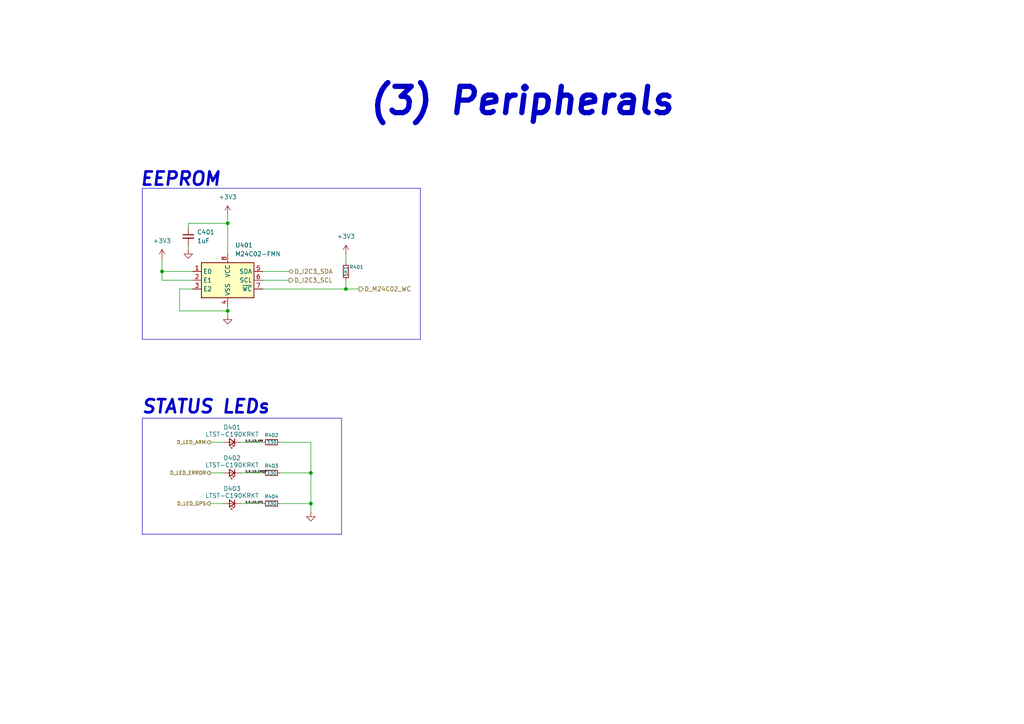
<source format=kicad_sch>
(kicad_sch (version 20250114) (generator "eeschema") (generator_version "9.0")
  (paper "A4")
  (title_block (title "Udayate") (date "2025-08-24") (rev "1") (comment 2 "LICENSE: CERN-OHL-S-2.0") (comment 3 "GitHub: https://github.com/Ozonised/Udayate") (comment 4 "Designed by: Farhan Khan"))
  (lib_symbols
    (symbol "Device:C_Small" (pin_numbers (hide yes)) (pin_names (offset 0.254) (hide yes))
      (property "Reference" "C" (at 0.254 1.778 0))
      (property "Value" "C_Small" (at 0.254 -2.032 0))
      (symbol "C_Small_0_1"
        (polyline (pts (xy -1.524 0.508) (xy 1.524 0.508)) (stroke (width 0.3048)))
        (polyline (pts (xy -1.524 -0.508) (xy 1.524 -0.508)) (stroke (width 0.3302)))
      )
      (symbol "C_Small_1_1"
        (pin passive line (at 0 2.54 270) (length 2.032) (name "~") (number "1"))
        (pin passive line (at 0 -2.54 90) (length 2.032) (name "~") (number "2"))
      )
    )
    (symbol "Device:LED_Small" (pin_numbers (hide yes)) (pin_names (offset 0.254) (hide yes))
      (property "Reference" "D" (at -1.27 3.175 0))
      (property "Value" "LED_Small" (at -4.445 -2.54 0))
      (symbol "LED_Small_0_1"
        (polyline (pts (xy -0.762 -1.016) (xy -0.762 1.016)) (stroke (width 0.254)))
        (polyline (pts (xy 0 0.762) (xy -0.508 1.27) (xy -0.254 1.27) (xy -0.508 1.27) (xy -0.508 1.016)))
        (polyline (pts (xy 0.508 1.27) (xy 0 1.778) (xy 0.254 1.778) (xy 0 1.778) (xy 0 1.524)))
        (polyline (pts (xy 0.762 -1.016) (xy -0.762 0) (xy 0.762 1.016) (xy 0.762 -1.016)) (stroke (width 0.254)))
        (polyline (pts (xy 1.016 0) (xy -0.762 0)))
      )
      (symbol "LED_Small_1_1"
        (pin passive line (at -2.54 0 0) (length 1.778) (name "K") (number "1"))
        (pin passive line (at 2.54 0 180) (length 1.778) (name "A") (number "2"))
      )
    )
    (symbol "Device:R_Small" (pin_numbers (hide yes)) (pin_names (offset 0.254) (hide yes))
      (property "Reference" "R" (at 0 0 90))
      (property "Value" "R_Small" (at 1.778 0 90))
      (symbol "R_Small_0_1"
        (rectangle (start -0.762 1.778) (end 0.762 -1.778) (stroke (width 0.2032)))
      )
      (symbol "R_Small_1_1"
        (pin passive line (at 0 2.54 270) (length 0.762) (name "~") (number "1"))
        (pin passive line (at 0 -2.54 90) (length 0.762) (name "~") (number "2"))
      )
    )
    (symbol "Memory_EEPROM:M24C02-FMN"
      (property "Reference" "U" (at -6.35 6.35 0))
      (property "Value" "M24C02-FMN" (at 7.62 6.35 0))
      (symbol "M24C02-FMN_0_1"
        (rectangle (start -7.62 5.08) (end 7.62 -5.08) (stroke (width 0.254)) (fill (type background)))
      )
      (symbol "M24C02-FMN_1_1"
        (pin input line (at -10.16 2.54 0) (length 2.54) (name "E0") (number "1"))
        (pin input line (at -10.16 0 0) (length 2.54) (name "E1") (number "2"))
        (pin input line (at -10.16 -2.54 0) (length 2.54) (name "E2") (number "3"))
        (pin power_in line (at 0 7.62 270) (length 2.54) (name "VCC") (number "8"))
        (pin power_in line (at 0 -7.62 90) (length 2.54) (name "VSS") (number "4"))
        (pin bidirectional line (at 10.16 2.54 180) (length 2.54) (name "SDA") (number "5"))
        (pin input line (at 10.16 0 180) (length 2.54) (name "SCL") (number "6"))
        (pin input line (at 10.16 -2.54 180) (length 2.54) (name "~{WC}") (number "7"))
      )
    )
    (symbol "power:+3V3" (power) (pin_numbers (hide yes)) (pin_names (offset 0) (hide yes))
      (property "Value" "+3V3" (at 0 3.556 0))
      (symbol "+3V3_0_1"
        (polyline (pts (xy -0.762 1.27) (xy 0 2.54)))
        (polyline (pts (xy 0 2.54) (xy 0.762 1.27)))
        (polyline (pts (xy 0 0) (xy 0 2.54)))
      )
      (symbol "+3V3_1_1"
        (pin power_in line (at 0 0 90) (length 0) (name "~") (number "1"))
      )
    )
    (symbol "power:GND" (power) (pin_numbers (hide yes)) (pin_names (offset 0) (hide yes))
      (property "Value" "GND" (at 0 -3.81 0))
      (symbol "GND_0_1"
        (polyline (pts (xy 0 0) (xy 0 -1.27) (xy 1.27 -1.27) (xy 0 -2.54) (xy -1.27 -1.27) (xy 0 -1.27)))
      )
      (symbol "GND_1_1"
        (pin power_in line (at 0 0 270) (length 0) (name "~") (number "1"))
      )
    )
  )
  (text "(3) Peripherals" (at 151.384 29.464 0) (effects (font (size 7.62 7.62) (thickness 1.524) (bold yes) (italic yes))))
  (text "STATUS LEDs" (at 59.69 118.11 0) (effects (font (size 3.81 3.81) (thickness 0.762) (bold yes) (italic yes))))
  (text "EEPROM" (at 52.324 52.07 0) (effects (font (size 3.81 3.81) (thickness 0.762) (bold yes) (italic yes))))
  (junction (at 90.17 137.16))
  (junction (at 100.33 83.82))
  (junction (at 90.17 146.05))
  (junction (at 46.99 78.74))
  (junction (at 66.04 90.17))
  (junction (at 66.04 64.77))
  (wire (pts (xy 46.99 81.28) (xy 55.88 81.28)))
  (wire (pts (xy 90.17 128.27) (xy 90.17 137.16)))
  (wire (pts (xy 66.04 88.9) (xy 66.04 90.17)))
  (wire (pts (xy 54.61 71.12) (xy 54.61 72.39)))
  (wire (pts (xy 69.85 137.16) (xy 76.2 137.16)))
  (wire (pts (xy 81.28 128.27) (xy 90.17 128.27)))
  (polyline (pts (xy 41.275 98.425) (xy 121.92 98.425)))
  (wire (pts (xy 60.96 137.16) (xy 64.77 137.16)))
  (wire (pts (xy 76.2 83.82) (xy 100.33 83.82)))
  (wire (pts (xy 100.33 81.28) (xy 100.33 83.82)))
  (wire (pts (xy 90.17 137.16) (xy 90.17 146.05)))
  (wire (pts (xy 66.04 64.77) (xy 66.04 73.66)))
  (wire (pts (xy 54.61 66.04) (xy 54.61 64.77)))
  (wire (pts (xy 60.96 146.05) (xy 64.77 146.05)))
  (wire (pts (xy 81.28 146.05) (xy 90.17 146.05)))
  (wire (pts (xy 69.85 128.27) (xy 76.2 128.27)))
  (wire (pts (xy 46.99 78.74) (xy 46.99 81.28)))
  (wire (pts (xy 55.88 83.82) (xy 52.07 83.82)))
  (wire (pts (xy 66.04 90.17) (xy 66.04 91.44)))
  (wire (pts (xy 46.99 78.74) (xy 55.88 78.74)))
  (polyline (pts (xy 99.06 154.94) (xy 99.06 121.285)))
  (wire (pts (xy 52.07 83.82) (xy 52.07 90.17)))
  (wire (pts (xy 60.96 128.27) (xy 64.77 128.27)))
  (wire (pts (xy 90.17 137.16) (xy 81.28 137.16)))
  (polyline (pts (xy 41.275 154.94) (xy 99.06 154.94)))
  (polyline (pts (xy 41.275 54.61) (xy 41.275 98.425)))
  (wire (pts (xy 54.61 64.77) (xy 66.04 64.77)))
  (wire (pts (xy 76.2 78.74) (xy 83.82 78.74)))
  (wire (pts (xy 90.17 146.05) (xy 90.17 148.59)))
  (polyline (pts (xy 41.275 121.285) (xy 99.06 121.285)))
  (wire (pts (xy 69.85 146.05) (xy 76.2 146.05)))
  (polyline (pts (xy 41.275 121.285) (xy 41.275 154.94)))
  (wire (pts (xy 100.33 83.82) (xy 104.14 83.82)))
  (polyline (pts (xy 41.275 54.61) (xy 121.92 54.61)))
  (wire (pts (xy 46.99 74.93) (xy 46.99 78.74)))
  (polyline (pts (xy 121.92 98.425) (xy 121.92 54.61)))
  (wire (pts (xy 66.04 62.23) (xy 66.04 64.77)))
  (wire (pts (xy 52.07 90.17) (xy 66.04 90.17)))
  (wire (pts (xy 100.33 73.66) (xy 100.33 76.2)))
  (wire (pts (xy 76.2 81.28) (xy 83.82 81.28)))
  (label "D_R_LED_ERROR" (at 71.12 137.16 0) (effects (font (size 0.508 0.508))))
  (label "D_R_LED_ARM" (at 71.12 128.27 0) (effects (font (size 0.508 0.508))))
  (label "D_R_LED_GPS" (at 71.12 146.05 0) (effects (font (size 0.508 0.508))))
  (hierarchical_label "D_M24C02_WC" (shape output) (at 104.14 83.82 0))
  (hierarchical_label "D_LED_GPS" (shape output) (at 60.96 146.05 180) (effects (font (size 1.016 1.016) (thickness 0.1588))))
  (hierarchical_label "D_LED_ARM" (shape output) (at 60.96 128.27 180) (effects (font (size 1.016 1.016) (thickness 0.1588))))
  (hierarchical_label "D_LED_ERROR" (shape output) (at 60.96 137.16 180) (effects (font (size 1.016 1.016) (thickness 0.1588))))
  (hierarchical_label "D_I2C3_SDA" (shape bidirectional) (at 83.82 78.74 0))
  (hierarchical_label "D_I2C3_SCL" (shape output) (at 83.82 81.28 0))
  (symbol (lib_id "power:GND") (at 54.61 72.39 0) (unit 1)
    (property "Reference" "#PWR0402" (effects (hide yes)))
    (property "Value" "GND" (effects (hide yes)))
    (property "Description" "Power symbol creates a global label with name \"GND\" , ground" (effects (hide yes)))
  )
  (symbol (lib_id "Device:LED_Small") (at 67.31 146.05 180) (unit 1)
    (property "Reference" "D403" (at 67.31 141.732 0))
    (property "Value" "LTST-C190KRKT" (at 67.31 143.764 0))
    (property "Footprint" "LED_SMD:LED_0603_1608Metric_Pad1.05x0.95mm_HandSolder" (effects (hide yes)))
    (property "Description" "Light emitting diode, small symbol" (effects (hide yes)))
    (property "Sim.Pin" "1=K 2=A" (effects (hide yes)))
    (property "MPN" "LTST-C190KRKT" (effects (hide yes)))
    (property "Manufacturer" "Lite-On" (effects (hide yes)))
  )
  (symbol (lib_id "Device:R_Small") (at 78.74 128.27 270) (unit 1)
    (property "Reference" "R402" (at 76.708 126.238 90) (effects (font (size 1.016 1.016)) (justify left)))
    (property "Value" "330" (at 77.216 128.27 90) (effects (font (size 1.016 1.016)) (justify left)))
    (property "Footprint" "Resistor_SMD:R_0603_1608Metric_Pad0.98x0.95mm_HandSolder" (effects (hide yes)))
    (property "Description" "Resistor, small symbol" (effects (hide yes)))
    (property "MPN" "CR0603-FX-3300ELF" (effects (hide yes)))
    (property "Manufacturer" "Bourns" (effects (hide yes)))
  )
  (symbol (lib_id "Memory_EEPROM:M24C02-FMN") (at 66.04 81.28 0) (unit 1)
    (property "Reference" "U401" (at 68.1833 71.12 0) (effects (justify left)))
    (property "Value" "M24C02-FMN" (at 68.1833 73.66 0) (effects (justify left)))
    (property "Footprint" "Package_SO:SOIC-8_3.9x4.9mm_P1.27mm" (effects (hide yes)))
    (property "Datasheet" "http://www.st.com/content/ccc/resource/technical/document/datasheet/b0/d8/50/40/5a/85/49/6f/DM00071904.pdf/files/DM00071904.pdf/jcr:content/translations/en.DM00071904.pdf" (effects (hide yes)))
    (property "Description" "2Kb (256x8) I2C Serial EEPROM, 1.6-5.5V, SOIC-8" (effects (hide yes)))
    (property "MPN" "M24C02-FMN6TP" (effects (hide yes)))
    (property "Manufacturer" "STMicroelectronics" (effects (hide yes)))
  )
  (symbol (lib_id "power:GND") (at 66.04 91.44 0) (unit 1)
    (property "Reference" "#PWR0405" (effects (hide yes)))
    (property "Value" "GND" (effects (hide yes)))
    (property "Description" "Power symbol creates a global label with name \"GND\" , ground" (effects (hide yes)))
  )
  (symbol (lib_id "power:GND") (at 90.17 148.59 0) (unit 1)
    (property "Reference" "#PWR0406" (effects (hide yes)))
    (property "Value" "GND" (effects (hide yes)))
    (property "Description" "Power symbol creates a global label with name \"GND\" , ground" (effects (hide yes)))
  )
  (symbol (lib_id "Device:LED_Small") (at 67.31 137.16 180) (unit 1)
    (property "Reference" "D402" (at 67.31 132.842 0))
    (property "Value" "LTST-C190KRKT" (at 67.31 134.874 0))
    (property "Footprint" "LED_SMD:LED_0603_1608Metric_Pad1.05x0.95mm_HandSolder" (effects (hide yes)))
    (property "Description" "Light emitting diode, small symbol" (effects (hide yes)))
    (property "Sim.Pin" "1=K 2=A" (effects (hide yes)))
    (property "MPN" "LTST-C190KRKT" (effects (hide yes)))
    (property "Manufacturer" "Lite-On" (effects (hide yes)))
  )
  (symbol (lib_id "Device:R_Small") (at 78.74 137.16 270) (unit 1)
    (property "Reference" "R403" (at 76.708 135.128 90) (effects (font (size 1.016 1.016)) (justify left)))
    (property "Value" "330" (at 77.216 137.16 90) (effects (font (size 1.016 1.016)) (justify left)))
    (property "Footprint" "Resistor_SMD:R_0603_1608Metric_Pad0.98x0.95mm_HandSolder" (effects (hide yes)))
    (property "Description" "Resistor, small symbol" (effects (hide yes)))
    (property "MPN" "CR0603-FX-3300ELF" (effects (hide yes)))
    (property "Manufacturer" "Bourns" (effects (hide yes)))
  )
  (symbol (lib_id "power:+3V3") (at 66.04 62.23 0) (unit 1)
    (property "Reference" "#PWR0401" (effects (hide yes)))
    (property "Value" "+3V3" (at 66.04 57.15 0))
    (property "Description" "Power symbol creates a global label with name \"+3V3\"" (effects (hide yes)))
  )
  (symbol (lib_id "Device:R_Small") (at 78.74 146.05 270) (unit 1)
    (property "Reference" "R404" (at 76.708 144.018 90) (effects (font (size 1.016 1.016)) (justify left)))
    (property "Value" "330" (at 77.216 146.05 90) (effects (font (size 1.016 1.016)) (justify left)))
    (property "Footprint" "Resistor_SMD:R_0603_1608Metric_Pad0.98x0.95mm_HandSolder" (effects (hide yes)))
    (property "Description" "Resistor, small symbol" (effects (hide yes)))
    (property "MPN" "CR0603-FX-3300ELF" (effects (hide yes)))
    (property "Manufacturer" "Bourns" (effects (hide yes)))
  )
  (symbol (lib_id "Device:C_Small") (at 54.61 68.58 0) (unit 1)
    (property "Reference" "C401" (at 57.15 67.3162 0) (effects (justify left)))
    (property "Value" "1uF" (at 57.15 69.8562 0) (effects (justify left)))
    (property "Footprint" "Capacitor_SMD:C_0603_1608Metric_Pad1.08x0.95mm_HandSolder" (effects (hide yes)))
    (property "Description" "Unpolarized capacitor, small symbol" (effects (hide yes)))
    (property "MPN" "C1608X7R1V105K080AC" (effects (hide yes)))
    (property "Manufacturer" "TDK" (effects (hide yes)))
  )
  (symbol (lib_id "power:+3V3") (at 100.33 73.66 0) (unit 1)
    (property "Reference" "#PWR0403" (effects (hide yes)))
    (property "Value" "+3V3" (at 100.33 68.58 0))
    (property "Description" "Power symbol creates a global label with name \"+3V3\"" (effects (hide yes)))
  )
  (symbol (lib_id "power:+3V3") (at 46.99 74.93 0) (unit 1)
    (property "Reference" "#PWR0404" (effects (hide yes)))
    (property "Value" "+3V3" (at 46.99 69.85 0))
    (property "Description" "Power symbol creates a global label with name \"+3V3\"" (effects (hide yes)))
  )
  (symbol (lib_id "Device:LED_Small") (at 67.31 128.27 180) (unit 1)
    (property "Reference" "D401" (at 67.31 123.952 0))
    (property "Value" "LTST-C190KRKT" (at 67.31 125.984 0))
    (property "Footprint" "LED_SMD:LED_0603_1608Metric_Pad1.05x0.95mm_HandSolder" (effects (hide yes)))
    (property "Description" "Light emitting diode, small symbol" (effects (hide yes)))
    (property "Sim.Pin" "1=K 2=A" (effects (hide yes)))
    (property "MPN" "LTST-C190KRKT" (effects (hide yes)))
    (property "Manufacturer" "Lite-On" (effects (hide yes)))
  )
  (symbol (lib_id "Device:R_Small") (at 100.33 78.74 0) (unit 1)
    (property "Reference" "R401" (at 101.346 77.47 0) (effects (font (size 1.016 1.016)) (justify left)))
    (property "Value" "5K1" (at 100.33 80.264 90) (effects (font (size 1.016 1.016)) (justify left)))
    (property "Footprint" "Resistor_SMD:R_0603_1608Metric_Pad0.98x0.95mm_HandSolder" (effects (hide yes)))
    (property "Description" "Resistor, small symbol" (effects (hide yes)))
    (property "MPN" "CR0603-FX-5101ELF" (effects (hide yes)))
    (property "Manufacturer" "Bourns" (effects (hide yes)))
  )
)
</source>
